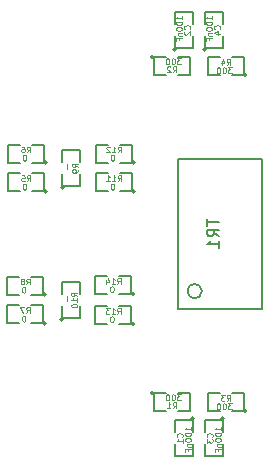
<source format=gbr>
%TF.GenerationSoftware,KiCad,Pcbnew,7.0.7-7.0.7~ubuntu23.04.1*%
%TF.CreationDate,2023-09-17T09:09:24+00:00*%
%TF.ProjectId,SYMTRANS01,53594d54-5241-44e5-9330-312e6b696361,REV*%
%TF.SameCoordinates,Original*%
%TF.FileFunction,Legend,Bot*%
%TF.FilePolarity,Positive*%
%FSLAX46Y46*%
G04 Gerber Fmt 4.6, Leading zero omitted, Abs format (unit mm)*
G04 Created by KiCad (PCBNEW 7.0.7-7.0.7~ubuntu23.04.1) date 2023-09-17 09:09:24*
%MOMM*%
%LPD*%
G01*
G04 APERTURE LIST*
%ADD10C,0.109220*%
%ADD11C,0.150000*%
G04 APERTURE END LIST*
D10*
X23736650Y3131396D02*
X23760478Y3155224D01*
X23760478Y3155224D02*
X23784305Y3226706D01*
X23784305Y3226706D02*
X23784305Y3274362D01*
X23784305Y3274362D02*
X23760478Y3345845D01*
X23760478Y3345845D02*
X23712822Y3393500D01*
X23712822Y3393500D02*
X23665167Y3417327D01*
X23665167Y3417327D02*
X23569857Y3441155D01*
X23569857Y3441155D02*
X23498374Y3441155D01*
X23498374Y3441155D02*
X23403063Y3417327D01*
X23403063Y3417327D02*
X23355408Y3393500D01*
X23355408Y3393500D02*
X23307753Y3345845D01*
X23307753Y3345845D02*
X23283925Y3274362D01*
X23283925Y3274362D02*
X23283925Y3226706D01*
X23283925Y3226706D02*
X23307753Y3155224D01*
X23307753Y3155224D02*
X23331580Y3131396D01*
X23784305Y2654844D02*
X23784305Y2940775D01*
X23784305Y2797809D02*
X23283925Y2797809D01*
X23283925Y2797809D02*
X23355408Y2845465D01*
X23355408Y2845465D02*
X23403063Y2893120D01*
X23403063Y2893120D02*
X23426891Y2940775D01*
X24482805Y3695397D02*
X24482805Y3981328D01*
X24482805Y3838362D02*
X23982425Y3838362D01*
X23982425Y3838362D02*
X24053908Y3886018D01*
X24053908Y3886018D02*
X24101563Y3933673D01*
X24101563Y3933673D02*
X24125391Y3981328D01*
X23982425Y3385638D02*
X23982425Y3337983D01*
X23982425Y3337983D02*
X24006253Y3290327D01*
X24006253Y3290327D02*
X24030080Y3266500D01*
X24030080Y3266500D02*
X24077736Y3242672D01*
X24077736Y3242672D02*
X24173046Y3218845D01*
X24173046Y3218845D02*
X24292184Y3218845D01*
X24292184Y3218845D02*
X24387495Y3242672D01*
X24387495Y3242672D02*
X24435150Y3266500D01*
X24435150Y3266500D02*
X24458978Y3290327D01*
X24458978Y3290327D02*
X24482805Y3337983D01*
X24482805Y3337983D02*
X24482805Y3385638D01*
X24482805Y3385638D02*
X24458978Y3433293D01*
X24458978Y3433293D02*
X24435150Y3457121D01*
X24435150Y3457121D02*
X24387495Y3480948D01*
X24387495Y3480948D02*
X24292184Y3504776D01*
X24292184Y3504776D02*
X24173046Y3504776D01*
X24173046Y3504776D02*
X24077736Y3480948D01*
X24077736Y3480948D02*
X24030080Y3457121D01*
X24030080Y3457121D02*
X24006253Y3433293D01*
X24006253Y3433293D02*
X23982425Y3385638D01*
X23982425Y2909086D02*
X23982425Y2861431D01*
X23982425Y2861431D02*
X24006253Y2813775D01*
X24006253Y2813775D02*
X24030080Y2789948D01*
X24030080Y2789948D02*
X24077736Y2766120D01*
X24077736Y2766120D02*
X24173046Y2742293D01*
X24173046Y2742293D02*
X24292184Y2742293D01*
X24292184Y2742293D02*
X24387495Y2766120D01*
X24387495Y2766120D02*
X24435150Y2789948D01*
X24435150Y2789948D02*
X24458978Y2813775D01*
X24458978Y2813775D02*
X24482805Y2861431D01*
X24482805Y2861431D02*
X24482805Y2909086D01*
X24482805Y2909086D02*
X24458978Y2956741D01*
X24458978Y2956741D02*
X24435150Y2980569D01*
X24435150Y2980569D02*
X24387495Y3004396D01*
X24387495Y3004396D02*
X24292184Y3028224D01*
X24292184Y3028224D02*
X24173046Y3028224D01*
X24173046Y3028224D02*
X24077736Y3004396D01*
X24077736Y3004396D02*
X24030080Y2980569D01*
X24030080Y2980569D02*
X24006253Y2956741D01*
X24006253Y2956741D02*
X23982425Y2909086D01*
X24149218Y2527844D02*
X24482805Y2527844D01*
X24196874Y2527844D02*
X24173046Y2504017D01*
X24173046Y2504017D02*
X24149218Y2456362D01*
X24149218Y2456362D02*
X24149218Y2384879D01*
X24149218Y2384879D02*
X24173046Y2337223D01*
X24173046Y2337223D02*
X24220701Y2313396D01*
X24220701Y2313396D02*
X24482805Y2313396D01*
X24220701Y1908326D02*
X24220701Y2075119D01*
X24482805Y2075119D02*
X23982425Y2075119D01*
X23982425Y2075119D02*
X23982425Y1836843D01*
X24371650Y37675396D02*
X24395478Y37699224D01*
X24395478Y37699224D02*
X24419305Y37770706D01*
X24419305Y37770706D02*
X24419305Y37818362D01*
X24419305Y37818362D02*
X24395478Y37889845D01*
X24395478Y37889845D02*
X24347822Y37937500D01*
X24347822Y37937500D02*
X24300167Y37961327D01*
X24300167Y37961327D02*
X24204857Y37985155D01*
X24204857Y37985155D02*
X24133374Y37985155D01*
X24133374Y37985155D02*
X24038063Y37961327D01*
X24038063Y37961327D02*
X23990408Y37937500D01*
X23990408Y37937500D02*
X23942753Y37889845D01*
X23942753Y37889845D02*
X23918925Y37818362D01*
X23918925Y37818362D02*
X23918925Y37770706D01*
X23918925Y37770706D02*
X23942753Y37699224D01*
X23942753Y37699224D02*
X23966580Y37675396D01*
X23966580Y37484775D02*
X23942753Y37460947D01*
X23942753Y37460947D02*
X23918925Y37413292D01*
X23918925Y37413292D02*
X23918925Y37294154D01*
X23918925Y37294154D02*
X23942753Y37246499D01*
X23942753Y37246499D02*
X23966580Y37222671D01*
X23966580Y37222671D02*
X24014236Y37198844D01*
X24014236Y37198844D02*
X24061891Y37198844D01*
X24061891Y37198844D02*
X24133374Y37222671D01*
X24133374Y37222671D02*
X24419305Y37508603D01*
X24419305Y37508603D02*
X24419305Y37198844D01*
X23720805Y38493397D02*
X23720805Y38779328D01*
X23720805Y38636362D02*
X23220425Y38636362D01*
X23220425Y38636362D02*
X23291908Y38684018D01*
X23291908Y38684018D02*
X23339563Y38731673D01*
X23339563Y38731673D02*
X23363391Y38779328D01*
X23220425Y38183638D02*
X23220425Y38135983D01*
X23220425Y38135983D02*
X23244253Y38088327D01*
X23244253Y38088327D02*
X23268080Y38064500D01*
X23268080Y38064500D02*
X23315736Y38040672D01*
X23315736Y38040672D02*
X23411046Y38016845D01*
X23411046Y38016845D02*
X23530184Y38016845D01*
X23530184Y38016845D02*
X23625495Y38040672D01*
X23625495Y38040672D02*
X23673150Y38064500D01*
X23673150Y38064500D02*
X23696978Y38088327D01*
X23696978Y38088327D02*
X23720805Y38135983D01*
X23720805Y38135983D02*
X23720805Y38183638D01*
X23720805Y38183638D02*
X23696978Y38231293D01*
X23696978Y38231293D02*
X23673150Y38255121D01*
X23673150Y38255121D02*
X23625495Y38278948D01*
X23625495Y38278948D02*
X23530184Y38302776D01*
X23530184Y38302776D02*
X23411046Y38302776D01*
X23411046Y38302776D02*
X23315736Y38278948D01*
X23315736Y38278948D02*
X23268080Y38255121D01*
X23268080Y38255121D02*
X23244253Y38231293D01*
X23244253Y38231293D02*
X23220425Y38183638D01*
X23220425Y37707086D02*
X23220425Y37659431D01*
X23220425Y37659431D02*
X23244253Y37611775D01*
X23244253Y37611775D02*
X23268080Y37587948D01*
X23268080Y37587948D02*
X23315736Y37564120D01*
X23315736Y37564120D02*
X23411046Y37540293D01*
X23411046Y37540293D02*
X23530184Y37540293D01*
X23530184Y37540293D02*
X23625495Y37564120D01*
X23625495Y37564120D02*
X23673150Y37587948D01*
X23673150Y37587948D02*
X23696978Y37611775D01*
X23696978Y37611775D02*
X23720805Y37659431D01*
X23720805Y37659431D02*
X23720805Y37707086D01*
X23720805Y37707086D02*
X23696978Y37754741D01*
X23696978Y37754741D02*
X23673150Y37778569D01*
X23673150Y37778569D02*
X23625495Y37802396D01*
X23625495Y37802396D02*
X23530184Y37826224D01*
X23530184Y37826224D02*
X23411046Y37826224D01*
X23411046Y37826224D02*
X23315736Y37802396D01*
X23315736Y37802396D02*
X23268080Y37778569D01*
X23268080Y37778569D02*
X23244253Y37754741D01*
X23244253Y37754741D02*
X23220425Y37707086D01*
X23387218Y37325844D02*
X23720805Y37325844D01*
X23434874Y37325844D02*
X23411046Y37302017D01*
X23411046Y37302017D02*
X23387218Y37254362D01*
X23387218Y37254362D02*
X23387218Y37182879D01*
X23387218Y37182879D02*
X23411046Y37135223D01*
X23411046Y37135223D02*
X23458701Y37111396D01*
X23458701Y37111396D02*
X23720805Y37111396D01*
X23458701Y36706326D02*
X23458701Y36873119D01*
X23720805Y36873119D02*
X23220425Y36873119D01*
X23220425Y36873119D02*
X23220425Y36634843D01*
X26276650Y3131396D02*
X26300478Y3155224D01*
X26300478Y3155224D02*
X26324305Y3226706D01*
X26324305Y3226706D02*
X26324305Y3274362D01*
X26324305Y3274362D02*
X26300478Y3345845D01*
X26300478Y3345845D02*
X26252822Y3393500D01*
X26252822Y3393500D02*
X26205167Y3417327D01*
X26205167Y3417327D02*
X26109857Y3441155D01*
X26109857Y3441155D02*
X26038374Y3441155D01*
X26038374Y3441155D02*
X25943063Y3417327D01*
X25943063Y3417327D02*
X25895408Y3393500D01*
X25895408Y3393500D02*
X25847753Y3345845D01*
X25847753Y3345845D02*
X25823925Y3274362D01*
X25823925Y3274362D02*
X25823925Y3226706D01*
X25823925Y3226706D02*
X25847753Y3155224D01*
X25847753Y3155224D02*
X25871580Y3131396D01*
X25823925Y2964603D02*
X25823925Y2654844D01*
X25823925Y2654844D02*
X26014546Y2821637D01*
X26014546Y2821637D02*
X26014546Y2750154D01*
X26014546Y2750154D02*
X26038374Y2702499D01*
X26038374Y2702499D02*
X26062201Y2678671D01*
X26062201Y2678671D02*
X26109857Y2654844D01*
X26109857Y2654844D02*
X26228995Y2654844D01*
X26228995Y2654844D02*
X26276650Y2678671D01*
X26276650Y2678671D02*
X26300478Y2702499D01*
X26300478Y2702499D02*
X26324305Y2750154D01*
X26324305Y2750154D02*
X26324305Y2893120D01*
X26324305Y2893120D02*
X26300478Y2940775D01*
X26300478Y2940775D02*
X26276650Y2964603D01*
X27022805Y3695397D02*
X27022805Y3981328D01*
X27022805Y3838362D02*
X26522425Y3838362D01*
X26522425Y3838362D02*
X26593908Y3886018D01*
X26593908Y3886018D02*
X26641563Y3933673D01*
X26641563Y3933673D02*
X26665391Y3981328D01*
X26522425Y3385638D02*
X26522425Y3337983D01*
X26522425Y3337983D02*
X26546253Y3290327D01*
X26546253Y3290327D02*
X26570080Y3266500D01*
X26570080Y3266500D02*
X26617736Y3242672D01*
X26617736Y3242672D02*
X26713046Y3218845D01*
X26713046Y3218845D02*
X26832184Y3218845D01*
X26832184Y3218845D02*
X26927495Y3242672D01*
X26927495Y3242672D02*
X26975150Y3266500D01*
X26975150Y3266500D02*
X26998978Y3290327D01*
X26998978Y3290327D02*
X27022805Y3337983D01*
X27022805Y3337983D02*
X27022805Y3385638D01*
X27022805Y3385638D02*
X26998978Y3433293D01*
X26998978Y3433293D02*
X26975150Y3457121D01*
X26975150Y3457121D02*
X26927495Y3480948D01*
X26927495Y3480948D02*
X26832184Y3504776D01*
X26832184Y3504776D02*
X26713046Y3504776D01*
X26713046Y3504776D02*
X26617736Y3480948D01*
X26617736Y3480948D02*
X26570080Y3457121D01*
X26570080Y3457121D02*
X26546253Y3433293D01*
X26546253Y3433293D02*
X26522425Y3385638D01*
X26522425Y2909086D02*
X26522425Y2861431D01*
X26522425Y2861431D02*
X26546253Y2813775D01*
X26546253Y2813775D02*
X26570080Y2789948D01*
X26570080Y2789948D02*
X26617736Y2766120D01*
X26617736Y2766120D02*
X26713046Y2742293D01*
X26713046Y2742293D02*
X26832184Y2742293D01*
X26832184Y2742293D02*
X26927495Y2766120D01*
X26927495Y2766120D02*
X26975150Y2789948D01*
X26975150Y2789948D02*
X26998978Y2813775D01*
X26998978Y2813775D02*
X27022805Y2861431D01*
X27022805Y2861431D02*
X27022805Y2909086D01*
X27022805Y2909086D02*
X26998978Y2956741D01*
X26998978Y2956741D02*
X26975150Y2980569D01*
X26975150Y2980569D02*
X26927495Y3004396D01*
X26927495Y3004396D02*
X26832184Y3028224D01*
X26832184Y3028224D02*
X26713046Y3028224D01*
X26713046Y3028224D02*
X26617736Y3004396D01*
X26617736Y3004396D02*
X26570080Y2980569D01*
X26570080Y2980569D02*
X26546253Y2956741D01*
X26546253Y2956741D02*
X26522425Y2909086D01*
X26689218Y2527844D02*
X27022805Y2527844D01*
X26736874Y2527844D02*
X26713046Y2504017D01*
X26713046Y2504017D02*
X26689218Y2456362D01*
X26689218Y2456362D02*
X26689218Y2384879D01*
X26689218Y2384879D02*
X26713046Y2337223D01*
X26713046Y2337223D02*
X26760701Y2313396D01*
X26760701Y2313396D02*
X27022805Y2313396D01*
X26760701Y1908326D02*
X26760701Y2075119D01*
X27022805Y2075119D02*
X26522425Y2075119D01*
X26522425Y2075119D02*
X26522425Y1836843D01*
X26911650Y37675396D02*
X26935478Y37699224D01*
X26935478Y37699224D02*
X26959305Y37770706D01*
X26959305Y37770706D02*
X26959305Y37818362D01*
X26959305Y37818362D02*
X26935478Y37889845D01*
X26935478Y37889845D02*
X26887822Y37937500D01*
X26887822Y37937500D02*
X26840167Y37961327D01*
X26840167Y37961327D02*
X26744857Y37985155D01*
X26744857Y37985155D02*
X26673374Y37985155D01*
X26673374Y37985155D02*
X26578063Y37961327D01*
X26578063Y37961327D02*
X26530408Y37937500D01*
X26530408Y37937500D02*
X26482753Y37889845D01*
X26482753Y37889845D02*
X26458925Y37818362D01*
X26458925Y37818362D02*
X26458925Y37770706D01*
X26458925Y37770706D02*
X26482753Y37699224D01*
X26482753Y37699224D02*
X26506580Y37675396D01*
X26625718Y37246499D02*
X26959305Y37246499D01*
X26435098Y37365637D02*
X26792512Y37484775D01*
X26792512Y37484775D02*
X26792512Y37175016D01*
X26260805Y38493397D02*
X26260805Y38779328D01*
X26260805Y38636362D02*
X25760425Y38636362D01*
X25760425Y38636362D02*
X25831908Y38684018D01*
X25831908Y38684018D02*
X25879563Y38731673D01*
X25879563Y38731673D02*
X25903391Y38779328D01*
X25760425Y38183638D02*
X25760425Y38135983D01*
X25760425Y38135983D02*
X25784253Y38088327D01*
X25784253Y38088327D02*
X25808080Y38064500D01*
X25808080Y38064500D02*
X25855736Y38040672D01*
X25855736Y38040672D02*
X25951046Y38016845D01*
X25951046Y38016845D02*
X26070184Y38016845D01*
X26070184Y38016845D02*
X26165495Y38040672D01*
X26165495Y38040672D02*
X26213150Y38064500D01*
X26213150Y38064500D02*
X26236978Y38088327D01*
X26236978Y38088327D02*
X26260805Y38135983D01*
X26260805Y38135983D02*
X26260805Y38183638D01*
X26260805Y38183638D02*
X26236978Y38231293D01*
X26236978Y38231293D02*
X26213150Y38255121D01*
X26213150Y38255121D02*
X26165495Y38278948D01*
X26165495Y38278948D02*
X26070184Y38302776D01*
X26070184Y38302776D02*
X25951046Y38302776D01*
X25951046Y38302776D02*
X25855736Y38278948D01*
X25855736Y38278948D02*
X25808080Y38255121D01*
X25808080Y38255121D02*
X25784253Y38231293D01*
X25784253Y38231293D02*
X25760425Y38183638D01*
X25760425Y37707086D02*
X25760425Y37659431D01*
X25760425Y37659431D02*
X25784253Y37611775D01*
X25784253Y37611775D02*
X25808080Y37587948D01*
X25808080Y37587948D02*
X25855736Y37564120D01*
X25855736Y37564120D02*
X25951046Y37540293D01*
X25951046Y37540293D02*
X26070184Y37540293D01*
X26070184Y37540293D02*
X26165495Y37564120D01*
X26165495Y37564120D02*
X26213150Y37587948D01*
X26213150Y37587948D02*
X26236978Y37611775D01*
X26236978Y37611775D02*
X26260805Y37659431D01*
X26260805Y37659431D02*
X26260805Y37707086D01*
X26260805Y37707086D02*
X26236978Y37754741D01*
X26236978Y37754741D02*
X26213150Y37778569D01*
X26213150Y37778569D02*
X26165495Y37802396D01*
X26165495Y37802396D02*
X26070184Y37826224D01*
X26070184Y37826224D02*
X25951046Y37826224D01*
X25951046Y37826224D02*
X25855736Y37802396D01*
X25855736Y37802396D02*
X25808080Y37778569D01*
X25808080Y37778569D02*
X25784253Y37754741D01*
X25784253Y37754741D02*
X25760425Y37707086D01*
X25927218Y37325844D02*
X26260805Y37325844D01*
X25974874Y37325844D02*
X25951046Y37302017D01*
X25951046Y37302017D02*
X25927218Y37254362D01*
X25927218Y37254362D02*
X25927218Y37182879D01*
X25927218Y37182879D02*
X25951046Y37135223D01*
X25951046Y37135223D02*
X25998701Y37111396D01*
X25998701Y37111396D02*
X26260805Y37111396D01*
X25998701Y36706326D02*
X25998701Y36873119D01*
X26260805Y36873119D02*
X25760425Y36873119D01*
X25760425Y36873119D02*
X25760425Y36634843D01*
X22943396Y5552694D02*
X23110189Y5790970D01*
X23229327Y5552694D02*
X23229327Y6053074D01*
X23229327Y6053074D02*
X23038706Y6053074D01*
X23038706Y6053074D02*
X22991051Y6029246D01*
X22991051Y6029246D02*
X22967224Y6005419D01*
X22967224Y6005419D02*
X22943396Y5957763D01*
X22943396Y5957763D02*
X22943396Y5886281D01*
X22943396Y5886281D02*
X22967224Y5838625D01*
X22967224Y5838625D02*
X22991051Y5814798D01*
X22991051Y5814798D02*
X23038706Y5790970D01*
X23038706Y5790970D02*
X23229327Y5790970D01*
X22466844Y5552694D02*
X22752775Y5552694D01*
X22609809Y5552694D02*
X22609809Y6053074D01*
X22609809Y6053074D02*
X22657465Y5981591D01*
X22657465Y5981591D02*
X22705120Y5933936D01*
X22705120Y5933936D02*
X22752775Y5910108D01*
X23630345Y6751574D02*
X23320586Y6751574D01*
X23320586Y6751574D02*
X23487379Y6560953D01*
X23487379Y6560953D02*
X23415896Y6560953D01*
X23415896Y6560953D02*
X23368241Y6537125D01*
X23368241Y6537125D02*
X23344413Y6513298D01*
X23344413Y6513298D02*
X23320586Y6465642D01*
X23320586Y6465642D02*
X23320586Y6346504D01*
X23320586Y6346504D02*
X23344413Y6298849D01*
X23344413Y6298849D02*
X23368241Y6275022D01*
X23368241Y6275022D02*
X23415896Y6251194D01*
X23415896Y6251194D02*
X23558862Y6251194D01*
X23558862Y6251194D02*
X23606517Y6275022D01*
X23606517Y6275022D02*
X23630345Y6298849D01*
X23010827Y6751574D02*
X22963172Y6751574D01*
X22963172Y6751574D02*
X22915516Y6727746D01*
X22915516Y6727746D02*
X22891689Y6703919D01*
X22891689Y6703919D02*
X22867861Y6656263D01*
X22867861Y6656263D02*
X22844034Y6560953D01*
X22844034Y6560953D02*
X22844034Y6441815D01*
X22844034Y6441815D02*
X22867861Y6346504D01*
X22867861Y6346504D02*
X22891689Y6298849D01*
X22891689Y6298849D02*
X22915516Y6275022D01*
X22915516Y6275022D02*
X22963172Y6251194D01*
X22963172Y6251194D02*
X23010827Y6251194D01*
X23010827Y6251194D02*
X23058482Y6275022D01*
X23058482Y6275022D02*
X23082310Y6298849D01*
X23082310Y6298849D02*
X23106137Y6346504D01*
X23106137Y6346504D02*
X23129965Y6441815D01*
X23129965Y6441815D02*
X23129965Y6560953D01*
X23129965Y6560953D02*
X23106137Y6656263D01*
X23106137Y6656263D02*
X23082310Y6703919D01*
X23082310Y6703919D02*
X23058482Y6727746D01*
X23058482Y6727746D02*
X23010827Y6751574D01*
X22534275Y6751574D02*
X22486620Y6751574D01*
X22486620Y6751574D02*
X22438964Y6727746D01*
X22438964Y6727746D02*
X22415137Y6703919D01*
X22415137Y6703919D02*
X22391309Y6656263D01*
X22391309Y6656263D02*
X22367482Y6560953D01*
X22367482Y6560953D02*
X22367482Y6441815D01*
X22367482Y6441815D02*
X22391309Y6346504D01*
X22391309Y6346504D02*
X22415137Y6298849D01*
X22415137Y6298849D02*
X22438964Y6275022D01*
X22438964Y6275022D02*
X22486620Y6251194D01*
X22486620Y6251194D02*
X22534275Y6251194D01*
X22534275Y6251194D02*
X22581930Y6275022D01*
X22581930Y6275022D02*
X22605758Y6298849D01*
X22605758Y6298849D02*
X22629585Y6346504D01*
X22629585Y6346504D02*
X22653413Y6441815D01*
X22653413Y6441815D02*
X22653413Y6560953D01*
X22653413Y6560953D02*
X22629585Y6656263D01*
X22629585Y6656263D02*
X22605758Y6703919D01*
X22605758Y6703919D02*
X22581930Y6727746D01*
X22581930Y6727746D02*
X22534275Y6751574D01*
X22943396Y34000694D02*
X23110189Y34238970D01*
X23229327Y34000694D02*
X23229327Y34501074D01*
X23229327Y34501074D02*
X23038706Y34501074D01*
X23038706Y34501074D02*
X22991051Y34477246D01*
X22991051Y34477246D02*
X22967224Y34453419D01*
X22967224Y34453419D02*
X22943396Y34405763D01*
X22943396Y34405763D02*
X22943396Y34334281D01*
X22943396Y34334281D02*
X22967224Y34286625D01*
X22967224Y34286625D02*
X22991051Y34262798D01*
X22991051Y34262798D02*
X23038706Y34238970D01*
X23038706Y34238970D02*
X23229327Y34238970D01*
X22752775Y34453419D02*
X22728947Y34477246D01*
X22728947Y34477246D02*
X22681292Y34501074D01*
X22681292Y34501074D02*
X22562154Y34501074D01*
X22562154Y34501074D02*
X22514499Y34477246D01*
X22514499Y34477246D02*
X22490671Y34453419D01*
X22490671Y34453419D02*
X22466844Y34405763D01*
X22466844Y34405763D02*
X22466844Y34358108D01*
X22466844Y34358108D02*
X22490671Y34286625D01*
X22490671Y34286625D02*
X22776603Y34000694D01*
X22776603Y34000694D02*
X22466844Y34000694D01*
X23630345Y35199574D02*
X23320586Y35199574D01*
X23320586Y35199574D02*
X23487379Y35008953D01*
X23487379Y35008953D02*
X23415896Y35008953D01*
X23415896Y35008953D02*
X23368241Y34985125D01*
X23368241Y34985125D02*
X23344413Y34961298D01*
X23344413Y34961298D02*
X23320586Y34913642D01*
X23320586Y34913642D02*
X23320586Y34794504D01*
X23320586Y34794504D02*
X23344413Y34746849D01*
X23344413Y34746849D02*
X23368241Y34723022D01*
X23368241Y34723022D02*
X23415896Y34699194D01*
X23415896Y34699194D02*
X23558862Y34699194D01*
X23558862Y34699194D02*
X23606517Y34723022D01*
X23606517Y34723022D02*
X23630345Y34746849D01*
X23010827Y35199574D02*
X22963172Y35199574D01*
X22963172Y35199574D02*
X22915516Y35175746D01*
X22915516Y35175746D02*
X22891689Y35151919D01*
X22891689Y35151919D02*
X22867861Y35104263D01*
X22867861Y35104263D02*
X22844034Y35008953D01*
X22844034Y35008953D02*
X22844034Y34889815D01*
X22844034Y34889815D02*
X22867861Y34794504D01*
X22867861Y34794504D02*
X22891689Y34746849D01*
X22891689Y34746849D02*
X22915516Y34723022D01*
X22915516Y34723022D02*
X22963172Y34699194D01*
X22963172Y34699194D02*
X23010827Y34699194D01*
X23010827Y34699194D02*
X23058482Y34723022D01*
X23058482Y34723022D02*
X23082310Y34746849D01*
X23082310Y34746849D02*
X23106137Y34794504D01*
X23106137Y34794504D02*
X23129965Y34889815D01*
X23129965Y34889815D02*
X23129965Y35008953D01*
X23129965Y35008953D02*
X23106137Y35104263D01*
X23106137Y35104263D02*
X23082310Y35151919D01*
X23082310Y35151919D02*
X23058482Y35175746D01*
X23058482Y35175746D02*
X23010827Y35199574D01*
X22534275Y35199574D02*
X22486620Y35199574D01*
X22486620Y35199574D02*
X22438964Y35175746D01*
X22438964Y35175746D02*
X22415137Y35151919D01*
X22415137Y35151919D02*
X22391309Y35104263D01*
X22391309Y35104263D02*
X22367482Y35008953D01*
X22367482Y35008953D02*
X22367482Y34889815D01*
X22367482Y34889815D02*
X22391309Y34794504D01*
X22391309Y34794504D02*
X22415137Y34746849D01*
X22415137Y34746849D02*
X22438964Y34723022D01*
X22438964Y34723022D02*
X22486620Y34699194D01*
X22486620Y34699194D02*
X22534275Y34699194D01*
X22534275Y34699194D02*
X22581930Y34723022D01*
X22581930Y34723022D02*
X22605758Y34746849D01*
X22605758Y34746849D02*
X22629585Y34794504D01*
X22629585Y34794504D02*
X22653413Y34889815D01*
X22653413Y34889815D02*
X22653413Y35008953D01*
X22653413Y35008953D02*
X22629585Y35104263D01*
X22629585Y35104263D02*
X22605758Y35151919D01*
X22605758Y35151919D02*
X22581930Y35175746D01*
X22581930Y35175746D02*
X22534275Y35199574D01*
X27515396Y6187694D02*
X27682189Y6425970D01*
X27801327Y6187694D02*
X27801327Y6688074D01*
X27801327Y6688074D02*
X27610706Y6688074D01*
X27610706Y6688074D02*
X27563051Y6664246D01*
X27563051Y6664246D02*
X27539224Y6640419D01*
X27539224Y6640419D02*
X27515396Y6592763D01*
X27515396Y6592763D02*
X27515396Y6521281D01*
X27515396Y6521281D02*
X27539224Y6473625D01*
X27539224Y6473625D02*
X27563051Y6449798D01*
X27563051Y6449798D02*
X27610706Y6425970D01*
X27610706Y6425970D02*
X27801327Y6425970D01*
X27348603Y6688074D02*
X27038844Y6688074D01*
X27038844Y6688074D02*
X27205637Y6497453D01*
X27205637Y6497453D02*
X27134154Y6497453D01*
X27134154Y6497453D02*
X27086499Y6473625D01*
X27086499Y6473625D02*
X27062671Y6449798D01*
X27062671Y6449798D02*
X27038844Y6402142D01*
X27038844Y6402142D02*
X27038844Y6283004D01*
X27038844Y6283004D02*
X27062671Y6235349D01*
X27062671Y6235349D02*
X27086499Y6211522D01*
X27086499Y6211522D02*
X27134154Y6187694D01*
X27134154Y6187694D02*
X27277120Y6187694D01*
X27277120Y6187694D02*
X27324775Y6211522D01*
X27324775Y6211522D02*
X27348603Y6235349D01*
X27948345Y5989574D02*
X27638586Y5989574D01*
X27638586Y5989574D02*
X27805379Y5798953D01*
X27805379Y5798953D02*
X27733896Y5798953D01*
X27733896Y5798953D02*
X27686241Y5775125D01*
X27686241Y5775125D02*
X27662413Y5751298D01*
X27662413Y5751298D02*
X27638586Y5703642D01*
X27638586Y5703642D02*
X27638586Y5584504D01*
X27638586Y5584504D02*
X27662413Y5536849D01*
X27662413Y5536849D02*
X27686241Y5513022D01*
X27686241Y5513022D02*
X27733896Y5489194D01*
X27733896Y5489194D02*
X27876862Y5489194D01*
X27876862Y5489194D02*
X27924517Y5513022D01*
X27924517Y5513022D02*
X27948345Y5536849D01*
X27328827Y5989574D02*
X27281172Y5989574D01*
X27281172Y5989574D02*
X27233516Y5965746D01*
X27233516Y5965746D02*
X27209689Y5941919D01*
X27209689Y5941919D02*
X27185861Y5894263D01*
X27185861Y5894263D02*
X27162034Y5798953D01*
X27162034Y5798953D02*
X27162034Y5679815D01*
X27162034Y5679815D02*
X27185861Y5584504D01*
X27185861Y5584504D02*
X27209689Y5536849D01*
X27209689Y5536849D02*
X27233516Y5513022D01*
X27233516Y5513022D02*
X27281172Y5489194D01*
X27281172Y5489194D02*
X27328827Y5489194D01*
X27328827Y5489194D02*
X27376482Y5513022D01*
X27376482Y5513022D02*
X27400310Y5536849D01*
X27400310Y5536849D02*
X27424137Y5584504D01*
X27424137Y5584504D02*
X27447965Y5679815D01*
X27447965Y5679815D02*
X27447965Y5798953D01*
X27447965Y5798953D02*
X27424137Y5894263D01*
X27424137Y5894263D02*
X27400310Y5941919D01*
X27400310Y5941919D02*
X27376482Y5965746D01*
X27376482Y5965746D02*
X27328827Y5989574D01*
X26852275Y5989574D02*
X26804620Y5989574D01*
X26804620Y5989574D02*
X26756964Y5965746D01*
X26756964Y5965746D02*
X26733137Y5941919D01*
X26733137Y5941919D02*
X26709309Y5894263D01*
X26709309Y5894263D02*
X26685482Y5798953D01*
X26685482Y5798953D02*
X26685482Y5679815D01*
X26685482Y5679815D02*
X26709309Y5584504D01*
X26709309Y5584504D02*
X26733137Y5536849D01*
X26733137Y5536849D02*
X26756964Y5513022D01*
X26756964Y5513022D02*
X26804620Y5489194D01*
X26804620Y5489194D02*
X26852275Y5489194D01*
X26852275Y5489194D02*
X26899930Y5513022D01*
X26899930Y5513022D02*
X26923758Y5536849D01*
X26923758Y5536849D02*
X26947585Y5584504D01*
X26947585Y5584504D02*
X26971413Y5679815D01*
X26971413Y5679815D02*
X26971413Y5798953D01*
X26971413Y5798953D02*
X26947585Y5894263D01*
X26947585Y5894263D02*
X26923758Y5941919D01*
X26923758Y5941919D02*
X26899930Y5965746D01*
X26899930Y5965746D02*
X26852275Y5989574D01*
X27515396Y34635694D02*
X27682189Y34873970D01*
X27801327Y34635694D02*
X27801327Y35136074D01*
X27801327Y35136074D02*
X27610706Y35136074D01*
X27610706Y35136074D02*
X27563051Y35112246D01*
X27563051Y35112246D02*
X27539224Y35088419D01*
X27539224Y35088419D02*
X27515396Y35040763D01*
X27515396Y35040763D02*
X27515396Y34969281D01*
X27515396Y34969281D02*
X27539224Y34921625D01*
X27539224Y34921625D02*
X27563051Y34897798D01*
X27563051Y34897798D02*
X27610706Y34873970D01*
X27610706Y34873970D02*
X27801327Y34873970D01*
X27086499Y34969281D02*
X27086499Y34635694D01*
X27205637Y35159902D02*
X27324775Y34802487D01*
X27324775Y34802487D02*
X27015016Y34802487D01*
X27948345Y34437574D02*
X27638586Y34437574D01*
X27638586Y34437574D02*
X27805379Y34246953D01*
X27805379Y34246953D02*
X27733896Y34246953D01*
X27733896Y34246953D02*
X27686241Y34223125D01*
X27686241Y34223125D02*
X27662413Y34199298D01*
X27662413Y34199298D02*
X27638586Y34151642D01*
X27638586Y34151642D02*
X27638586Y34032504D01*
X27638586Y34032504D02*
X27662413Y33984849D01*
X27662413Y33984849D02*
X27686241Y33961022D01*
X27686241Y33961022D02*
X27733896Y33937194D01*
X27733896Y33937194D02*
X27876862Y33937194D01*
X27876862Y33937194D02*
X27924517Y33961022D01*
X27924517Y33961022D02*
X27948345Y33984849D01*
X27328827Y34437574D02*
X27281172Y34437574D01*
X27281172Y34437574D02*
X27233516Y34413746D01*
X27233516Y34413746D02*
X27209689Y34389919D01*
X27209689Y34389919D02*
X27185861Y34342263D01*
X27185861Y34342263D02*
X27162034Y34246953D01*
X27162034Y34246953D02*
X27162034Y34127815D01*
X27162034Y34127815D02*
X27185861Y34032504D01*
X27185861Y34032504D02*
X27209689Y33984849D01*
X27209689Y33984849D02*
X27233516Y33961022D01*
X27233516Y33961022D02*
X27281172Y33937194D01*
X27281172Y33937194D02*
X27328827Y33937194D01*
X27328827Y33937194D02*
X27376482Y33961022D01*
X27376482Y33961022D02*
X27400310Y33984849D01*
X27400310Y33984849D02*
X27424137Y34032504D01*
X27424137Y34032504D02*
X27447965Y34127815D01*
X27447965Y34127815D02*
X27447965Y34246953D01*
X27447965Y34246953D02*
X27424137Y34342263D01*
X27424137Y34342263D02*
X27400310Y34389919D01*
X27400310Y34389919D02*
X27376482Y34413746D01*
X27376482Y34413746D02*
X27328827Y34437574D01*
X26852275Y34437574D02*
X26804620Y34437574D01*
X26804620Y34437574D02*
X26756964Y34413746D01*
X26756964Y34413746D02*
X26733137Y34389919D01*
X26733137Y34389919D02*
X26709309Y34342263D01*
X26709309Y34342263D02*
X26685482Y34246953D01*
X26685482Y34246953D02*
X26685482Y34127815D01*
X26685482Y34127815D02*
X26709309Y34032504D01*
X26709309Y34032504D02*
X26733137Y33984849D01*
X26733137Y33984849D02*
X26756964Y33961022D01*
X26756964Y33961022D02*
X26804620Y33937194D01*
X26804620Y33937194D02*
X26852275Y33937194D01*
X26852275Y33937194D02*
X26899930Y33961022D01*
X26899930Y33961022D02*
X26923758Y33984849D01*
X26923758Y33984849D02*
X26947585Y34032504D01*
X26947585Y34032504D02*
X26971413Y34127815D01*
X26971413Y34127815D02*
X26971413Y34246953D01*
X26971413Y34246953D02*
X26947585Y34342263D01*
X26947585Y34342263D02*
X26923758Y34389919D01*
X26923758Y34389919D02*
X26899930Y34413746D01*
X26899930Y34413746D02*
X26852275Y34437574D01*
X10598996Y24780494D02*
X10765789Y25018770D01*
X10884927Y24780494D02*
X10884927Y25280874D01*
X10884927Y25280874D02*
X10694306Y25280874D01*
X10694306Y25280874D02*
X10646651Y25257046D01*
X10646651Y25257046D02*
X10622824Y25233219D01*
X10622824Y25233219D02*
X10598996Y25185563D01*
X10598996Y25185563D02*
X10598996Y25114081D01*
X10598996Y25114081D02*
X10622824Y25066425D01*
X10622824Y25066425D02*
X10646651Y25042598D01*
X10646651Y25042598D02*
X10694306Y25018770D01*
X10694306Y25018770D02*
X10884927Y25018770D01*
X10146271Y25280874D02*
X10384547Y25280874D01*
X10384547Y25280874D02*
X10408375Y25042598D01*
X10408375Y25042598D02*
X10384547Y25066425D01*
X10384547Y25066425D02*
X10336892Y25090253D01*
X10336892Y25090253D02*
X10217754Y25090253D01*
X10217754Y25090253D02*
X10170099Y25066425D01*
X10170099Y25066425D02*
X10146271Y25042598D01*
X10146271Y25042598D02*
X10122444Y24994942D01*
X10122444Y24994942D02*
X10122444Y24875804D01*
X10122444Y24875804D02*
X10146271Y24828149D01*
X10146271Y24828149D02*
X10170099Y24804322D01*
X10170099Y24804322D02*
X10217754Y24780494D01*
X10217754Y24780494D02*
X10336892Y24780494D01*
X10336892Y24780494D02*
X10384547Y24804322D01*
X10384547Y24804322D02*
X10408375Y24828149D01*
X10412427Y24582374D02*
X10364772Y24582374D01*
X10364772Y24582374D02*
X10317116Y24558546D01*
X10317116Y24558546D02*
X10293289Y24534719D01*
X10293289Y24534719D02*
X10269461Y24487063D01*
X10269461Y24487063D02*
X10245634Y24391753D01*
X10245634Y24391753D02*
X10245634Y24272615D01*
X10245634Y24272615D02*
X10269461Y24177304D01*
X10269461Y24177304D02*
X10293289Y24129649D01*
X10293289Y24129649D02*
X10317116Y24105822D01*
X10317116Y24105822D02*
X10364772Y24081994D01*
X10364772Y24081994D02*
X10412427Y24081994D01*
X10412427Y24081994D02*
X10460082Y24105822D01*
X10460082Y24105822D02*
X10483910Y24129649D01*
X10483910Y24129649D02*
X10507737Y24177304D01*
X10507737Y24177304D02*
X10531565Y24272615D01*
X10531565Y24272615D02*
X10531565Y24391753D01*
X10531565Y24391753D02*
X10507737Y24487063D01*
X10507737Y24487063D02*
X10483910Y24534719D01*
X10483910Y24534719D02*
X10460082Y24558546D01*
X10460082Y24558546D02*
X10412427Y24582374D01*
X10598996Y27218894D02*
X10765789Y27457170D01*
X10884927Y27218894D02*
X10884927Y27719274D01*
X10884927Y27719274D02*
X10694306Y27719274D01*
X10694306Y27719274D02*
X10646651Y27695446D01*
X10646651Y27695446D02*
X10622824Y27671619D01*
X10622824Y27671619D02*
X10598996Y27623963D01*
X10598996Y27623963D02*
X10598996Y27552481D01*
X10598996Y27552481D02*
X10622824Y27504825D01*
X10622824Y27504825D02*
X10646651Y27480998D01*
X10646651Y27480998D02*
X10694306Y27457170D01*
X10694306Y27457170D02*
X10884927Y27457170D01*
X10170099Y27719274D02*
X10265409Y27719274D01*
X10265409Y27719274D02*
X10313065Y27695446D01*
X10313065Y27695446D02*
X10336892Y27671619D01*
X10336892Y27671619D02*
X10384547Y27600136D01*
X10384547Y27600136D02*
X10408375Y27504825D01*
X10408375Y27504825D02*
X10408375Y27314204D01*
X10408375Y27314204D02*
X10384547Y27266549D01*
X10384547Y27266549D02*
X10360720Y27242722D01*
X10360720Y27242722D02*
X10313065Y27218894D01*
X10313065Y27218894D02*
X10217754Y27218894D01*
X10217754Y27218894D02*
X10170099Y27242722D01*
X10170099Y27242722D02*
X10146271Y27266549D01*
X10146271Y27266549D02*
X10122444Y27314204D01*
X10122444Y27314204D02*
X10122444Y27433342D01*
X10122444Y27433342D02*
X10146271Y27480998D01*
X10146271Y27480998D02*
X10170099Y27504825D01*
X10170099Y27504825D02*
X10217754Y27528653D01*
X10217754Y27528653D02*
X10313065Y27528653D01*
X10313065Y27528653D02*
X10360720Y27504825D01*
X10360720Y27504825D02*
X10384547Y27480998D01*
X10384547Y27480998D02*
X10408375Y27433342D01*
X10412427Y27020774D02*
X10364772Y27020774D01*
X10364772Y27020774D02*
X10317116Y26996946D01*
X10317116Y26996946D02*
X10293289Y26973119D01*
X10293289Y26973119D02*
X10269461Y26925463D01*
X10269461Y26925463D02*
X10245634Y26830153D01*
X10245634Y26830153D02*
X10245634Y26711015D01*
X10245634Y26711015D02*
X10269461Y26615704D01*
X10269461Y26615704D02*
X10293289Y26568049D01*
X10293289Y26568049D02*
X10317116Y26544222D01*
X10317116Y26544222D02*
X10364772Y26520394D01*
X10364772Y26520394D02*
X10412427Y26520394D01*
X10412427Y26520394D02*
X10460082Y26544222D01*
X10460082Y26544222D02*
X10483910Y26568049D01*
X10483910Y26568049D02*
X10507737Y26615704D01*
X10507737Y26615704D02*
X10531565Y26711015D01*
X10531565Y26711015D02*
X10531565Y26830153D01*
X10531565Y26830153D02*
X10507737Y26925463D01*
X10507737Y26925463D02*
X10483910Y26973119D01*
X10483910Y26973119D02*
X10460082Y26996946D01*
X10460082Y26996946D02*
X10412427Y27020774D01*
X10548196Y13604494D02*
X10714989Y13842770D01*
X10834127Y13604494D02*
X10834127Y14104874D01*
X10834127Y14104874D02*
X10643506Y14104874D01*
X10643506Y14104874D02*
X10595851Y14081046D01*
X10595851Y14081046D02*
X10572024Y14057219D01*
X10572024Y14057219D02*
X10548196Y14009563D01*
X10548196Y14009563D02*
X10548196Y13938081D01*
X10548196Y13938081D02*
X10572024Y13890425D01*
X10572024Y13890425D02*
X10595851Y13866598D01*
X10595851Y13866598D02*
X10643506Y13842770D01*
X10643506Y13842770D02*
X10834127Y13842770D01*
X10381403Y14104874D02*
X10047816Y14104874D01*
X10047816Y14104874D02*
X10262265Y13604494D01*
X10361627Y13406374D02*
X10313972Y13406374D01*
X10313972Y13406374D02*
X10266316Y13382546D01*
X10266316Y13382546D02*
X10242489Y13358719D01*
X10242489Y13358719D02*
X10218661Y13311063D01*
X10218661Y13311063D02*
X10194834Y13215753D01*
X10194834Y13215753D02*
X10194834Y13096615D01*
X10194834Y13096615D02*
X10218661Y13001304D01*
X10218661Y13001304D02*
X10242489Y12953649D01*
X10242489Y12953649D02*
X10266316Y12929822D01*
X10266316Y12929822D02*
X10313972Y12905994D01*
X10313972Y12905994D02*
X10361627Y12905994D01*
X10361627Y12905994D02*
X10409282Y12929822D01*
X10409282Y12929822D02*
X10433110Y12953649D01*
X10433110Y12953649D02*
X10456937Y13001304D01*
X10456937Y13001304D02*
X10480765Y13096615D01*
X10480765Y13096615D02*
X10480765Y13215753D01*
X10480765Y13215753D02*
X10456937Y13311063D01*
X10456937Y13311063D02*
X10433110Y13358719D01*
X10433110Y13358719D02*
X10409282Y13382546D01*
X10409282Y13382546D02*
X10361627Y13406374D01*
X10548196Y16042894D02*
X10714989Y16281170D01*
X10834127Y16042894D02*
X10834127Y16543274D01*
X10834127Y16543274D02*
X10643506Y16543274D01*
X10643506Y16543274D02*
X10595851Y16519446D01*
X10595851Y16519446D02*
X10572024Y16495619D01*
X10572024Y16495619D02*
X10548196Y16447963D01*
X10548196Y16447963D02*
X10548196Y16376481D01*
X10548196Y16376481D02*
X10572024Y16328825D01*
X10572024Y16328825D02*
X10595851Y16304998D01*
X10595851Y16304998D02*
X10643506Y16281170D01*
X10643506Y16281170D02*
X10834127Y16281170D01*
X10262265Y16328825D02*
X10309920Y16352653D01*
X10309920Y16352653D02*
X10333747Y16376481D01*
X10333747Y16376481D02*
X10357575Y16424136D01*
X10357575Y16424136D02*
X10357575Y16447963D01*
X10357575Y16447963D02*
X10333747Y16495619D01*
X10333747Y16495619D02*
X10309920Y16519446D01*
X10309920Y16519446D02*
X10262265Y16543274D01*
X10262265Y16543274D02*
X10166954Y16543274D01*
X10166954Y16543274D02*
X10119299Y16519446D01*
X10119299Y16519446D02*
X10095471Y16495619D01*
X10095471Y16495619D02*
X10071644Y16447963D01*
X10071644Y16447963D02*
X10071644Y16424136D01*
X10071644Y16424136D02*
X10095471Y16376481D01*
X10095471Y16376481D02*
X10119299Y16352653D01*
X10119299Y16352653D02*
X10166954Y16328825D01*
X10166954Y16328825D02*
X10262265Y16328825D01*
X10262265Y16328825D02*
X10309920Y16304998D01*
X10309920Y16304998D02*
X10333747Y16281170D01*
X10333747Y16281170D02*
X10357575Y16233515D01*
X10357575Y16233515D02*
X10357575Y16138204D01*
X10357575Y16138204D02*
X10333747Y16090549D01*
X10333747Y16090549D02*
X10309920Y16066722D01*
X10309920Y16066722D02*
X10262265Y16042894D01*
X10262265Y16042894D02*
X10166954Y16042894D01*
X10166954Y16042894D02*
X10119299Y16066722D01*
X10119299Y16066722D02*
X10095471Y16090549D01*
X10095471Y16090549D02*
X10071644Y16138204D01*
X10071644Y16138204D02*
X10071644Y16233515D01*
X10071644Y16233515D02*
X10095471Y16281170D01*
X10095471Y16281170D02*
X10119299Y16304998D01*
X10119299Y16304998D02*
X10166954Y16328825D01*
X10361627Y15844774D02*
X10313972Y15844774D01*
X10313972Y15844774D02*
X10266316Y15820946D01*
X10266316Y15820946D02*
X10242489Y15797119D01*
X10242489Y15797119D02*
X10218661Y15749463D01*
X10218661Y15749463D02*
X10194834Y15654153D01*
X10194834Y15654153D02*
X10194834Y15535015D01*
X10194834Y15535015D02*
X10218661Y15439704D01*
X10218661Y15439704D02*
X10242489Y15392049D01*
X10242489Y15392049D02*
X10266316Y15368222D01*
X10266316Y15368222D02*
X10313972Y15344394D01*
X10313972Y15344394D02*
X10361627Y15344394D01*
X10361627Y15344394D02*
X10409282Y15368222D01*
X10409282Y15368222D02*
X10433110Y15392049D01*
X10433110Y15392049D02*
X10456937Y15439704D01*
X10456937Y15439704D02*
X10480765Y15535015D01*
X10480765Y15535015D02*
X10480765Y15654153D01*
X10480765Y15654153D02*
X10456937Y15749463D01*
X10456937Y15749463D02*
X10433110Y15797119D01*
X10433110Y15797119D02*
X10409282Y15820946D01*
X10409282Y15820946D02*
X10361627Y15844774D01*
X14919705Y25991396D02*
X14681429Y26158189D01*
X14919705Y26277327D02*
X14419325Y26277327D01*
X14419325Y26277327D02*
X14419325Y26086706D01*
X14419325Y26086706D02*
X14443153Y26039051D01*
X14443153Y26039051D02*
X14466980Y26015224D01*
X14466980Y26015224D02*
X14514636Y25991396D01*
X14514636Y25991396D02*
X14586118Y25991396D01*
X14586118Y25991396D02*
X14633774Y26015224D01*
X14633774Y26015224D02*
X14657601Y26039051D01*
X14657601Y26039051D02*
X14681429Y26086706D01*
X14681429Y26086706D02*
X14681429Y26277327D01*
X14919705Y25753120D02*
X14919705Y25657809D01*
X14919705Y25657809D02*
X14895878Y25610154D01*
X14895878Y25610154D02*
X14872050Y25586326D01*
X14872050Y25586326D02*
X14800567Y25538671D01*
X14800567Y25538671D02*
X14705257Y25514844D01*
X14705257Y25514844D02*
X14514636Y25514844D01*
X14514636Y25514844D02*
X14466980Y25538671D01*
X14466980Y25538671D02*
X14443153Y25562499D01*
X14443153Y25562499D02*
X14419325Y25610154D01*
X14419325Y25610154D02*
X14419325Y25705465D01*
X14419325Y25705465D02*
X14443153Y25753120D01*
X14443153Y25753120D02*
X14466980Y25776947D01*
X14466980Y25776947D02*
X14514636Y25800775D01*
X14514636Y25800775D02*
X14633774Y25800775D01*
X14633774Y25800775D02*
X14681429Y25776947D01*
X14681429Y25776947D02*
X14705257Y25753120D01*
X14705257Y25753120D02*
X14729084Y25705465D01*
X14729084Y25705465D02*
X14729084Y25610154D01*
X14729084Y25610154D02*
X14705257Y25562499D01*
X14705257Y25562499D02*
X14681429Y25538671D01*
X14681429Y25538671D02*
X14633774Y25514844D01*
X14030584Y26225620D02*
X14030584Y25844379D01*
X14868905Y15053672D02*
X14630629Y15220465D01*
X14868905Y15339603D02*
X14368525Y15339603D01*
X14368525Y15339603D02*
X14368525Y15148982D01*
X14368525Y15148982D02*
X14392353Y15101327D01*
X14392353Y15101327D02*
X14416180Y15077500D01*
X14416180Y15077500D02*
X14463836Y15053672D01*
X14463836Y15053672D02*
X14535318Y15053672D01*
X14535318Y15053672D02*
X14582974Y15077500D01*
X14582974Y15077500D02*
X14606801Y15101327D01*
X14606801Y15101327D02*
X14630629Y15148982D01*
X14630629Y15148982D02*
X14630629Y15339603D01*
X14868905Y14577120D02*
X14868905Y14863051D01*
X14868905Y14720085D02*
X14368525Y14720085D01*
X14368525Y14720085D02*
X14440008Y14767741D01*
X14440008Y14767741D02*
X14487663Y14815396D01*
X14487663Y14815396D02*
X14511491Y14863051D01*
X14368525Y14267361D02*
X14368525Y14219706D01*
X14368525Y14219706D02*
X14392353Y14172050D01*
X14392353Y14172050D02*
X14416180Y14148223D01*
X14416180Y14148223D02*
X14463836Y14124395D01*
X14463836Y14124395D02*
X14559146Y14100568D01*
X14559146Y14100568D02*
X14678284Y14100568D01*
X14678284Y14100568D02*
X14773595Y14124395D01*
X14773595Y14124395D02*
X14821250Y14148223D01*
X14821250Y14148223D02*
X14845078Y14172050D01*
X14845078Y14172050D02*
X14868905Y14219706D01*
X14868905Y14219706D02*
X14868905Y14267361D01*
X14868905Y14267361D02*
X14845078Y14315016D01*
X14845078Y14315016D02*
X14821250Y14338844D01*
X14821250Y14338844D02*
X14773595Y14362671D01*
X14773595Y14362671D02*
X14678284Y14386499D01*
X14678284Y14386499D02*
X14559146Y14386499D01*
X14559146Y14386499D02*
X14463836Y14362671D01*
X14463836Y14362671D02*
X14416180Y14338844D01*
X14416180Y14338844D02*
X14392353Y14315016D01*
X14392353Y14315016D02*
X14368525Y14267361D01*
X13979784Y15049620D02*
X13979784Y14668379D01*
X18292172Y24780494D02*
X18458965Y25018770D01*
X18578103Y24780494D02*
X18578103Y25280874D01*
X18578103Y25280874D02*
X18387482Y25280874D01*
X18387482Y25280874D02*
X18339827Y25257046D01*
X18339827Y25257046D02*
X18316000Y25233219D01*
X18316000Y25233219D02*
X18292172Y25185563D01*
X18292172Y25185563D02*
X18292172Y25114081D01*
X18292172Y25114081D02*
X18316000Y25066425D01*
X18316000Y25066425D02*
X18339827Y25042598D01*
X18339827Y25042598D02*
X18387482Y25018770D01*
X18387482Y25018770D02*
X18578103Y25018770D01*
X17815620Y24780494D02*
X18101551Y24780494D01*
X17958585Y24780494D02*
X17958585Y25280874D01*
X17958585Y25280874D02*
X18006241Y25209391D01*
X18006241Y25209391D02*
X18053896Y25161736D01*
X18053896Y25161736D02*
X18101551Y25137908D01*
X17339068Y24780494D02*
X17624999Y24780494D01*
X17482033Y24780494D02*
X17482033Y25280874D01*
X17482033Y25280874D02*
X17529689Y25209391D01*
X17529689Y25209391D02*
X17577344Y25161736D01*
X17577344Y25161736D02*
X17624999Y25137908D01*
X17867327Y24582374D02*
X17819672Y24582374D01*
X17819672Y24582374D02*
X17772016Y24558546D01*
X17772016Y24558546D02*
X17748189Y24534719D01*
X17748189Y24534719D02*
X17724361Y24487063D01*
X17724361Y24487063D02*
X17700534Y24391753D01*
X17700534Y24391753D02*
X17700534Y24272615D01*
X17700534Y24272615D02*
X17724361Y24177304D01*
X17724361Y24177304D02*
X17748189Y24129649D01*
X17748189Y24129649D02*
X17772016Y24105822D01*
X17772016Y24105822D02*
X17819672Y24081994D01*
X17819672Y24081994D02*
X17867327Y24081994D01*
X17867327Y24081994D02*
X17914982Y24105822D01*
X17914982Y24105822D02*
X17938810Y24129649D01*
X17938810Y24129649D02*
X17962637Y24177304D01*
X17962637Y24177304D02*
X17986465Y24272615D01*
X17986465Y24272615D02*
X17986465Y24391753D01*
X17986465Y24391753D02*
X17962637Y24487063D01*
X17962637Y24487063D02*
X17938810Y24534719D01*
X17938810Y24534719D02*
X17914982Y24558546D01*
X17914982Y24558546D02*
X17867327Y24582374D01*
X18292172Y27218894D02*
X18458965Y27457170D01*
X18578103Y27218894D02*
X18578103Y27719274D01*
X18578103Y27719274D02*
X18387482Y27719274D01*
X18387482Y27719274D02*
X18339827Y27695446D01*
X18339827Y27695446D02*
X18316000Y27671619D01*
X18316000Y27671619D02*
X18292172Y27623963D01*
X18292172Y27623963D02*
X18292172Y27552481D01*
X18292172Y27552481D02*
X18316000Y27504825D01*
X18316000Y27504825D02*
X18339827Y27480998D01*
X18339827Y27480998D02*
X18387482Y27457170D01*
X18387482Y27457170D02*
X18578103Y27457170D01*
X17815620Y27218894D02*
X18101551Y27218894D01*
X17958585Y27218894D02*
X17958585Y27719274D01*
X17958585Y27719274D02*
X18006241Y27647791D01*
X18006241Y27647791D02*
X18053896Y27600136D01*
X18053896Y27600136D02*
X18101551Y27576308D01*
X17624999Y27671619D02*
X17601171Y27695446D01*
X17601171Y27695446D02*
X17553516Y27719274D01*
X17553516Y27719274D02*
X17434378Y27719274D01*
X17434378Y27719274D02*
X17386723Y27695446D01*
X17386723Y27695446D02*
X17362895Y27671619D01*
X17362895Y27671619D02*
X17339068Y27623963D01*
X17339068Y27623963D02*
X17339068Y27576308D01*
X17339068Y27576308D02*
X17362895Y27504825D01*
X17362895Y27504825D02*
X17648827Y27218894D01*
X17648827Y27218894D02*
X17339068Y27218894D01*
X17867327Y27020774D02*
X17819672Y27020774D01*
X17819672Y27020774D02*
X17772016Y26996946D01*
X17772016Y26996946D02*
X17748189Y26973119D01*
X17748189Y26973119D02*
X17724361Y26925463D01*
X17724361Y26925463D02*
X17700534Y26830153D01*
X17700534Y26830153D02*
X17700534Y26711015D01*
X17700534Y26711015D02*
X17724361Y26615704D01*
X17724361Y26615704D02*
X17748189Y26568049D01*
X17748189Y26568049D02*
X17772016Y26544222D01*
X17772016Y26544222D02*
X17819672Y26520394D01*
X17819672Y26520394D02*
X17867327Y26520394D01*
X17867327Y26520394D02*
X17914982Y26544222D01*
X17914982Y26544222D02*
X17938810Y26568049D01*
X17938810Y26568049D02*
X17962637Y26615704D01*
X17962637Y26615704D02*
X17986465Y26711015D01*
X17986465Y26711015D02*
X17986465Y26830153D01*
X17986465Y26830153D02*
X17962637Y26925463D01*
X17962637Y26925463D02*
X17938810Y26973119D01*
X17938810Y26973119D02*
X17914982Y26996946D01*
X17914982Y26996946D02*
X17867327Y27020774D01*
X18241372Y13553694D02*
X18408165Y13791970D01*
X18527303Y13553694D02*
X18527303Y14054074D01*
X18527303Y14054074D02*
X18336682Y14054074D01*
X18336682Y14054074D02*
X18289027Y14030246D01*
X18289027Y14030246D02*
X18265200Y14006419D01*
X18265200Y14006419D02*
X18241372Y13958763D01*
X18241372Y13958763D02*
X18241372Y13887281D01*
X18241372Y13887281D02*
X18265200Y13839625D01*
X18265200Y13839625D02*
X18289027Y13815798D01*
X18289027Y13815798D02*
X18336682Y13791970D01*
X18336682Y13791970D02*
X18527303Y13791970D01*
X17764820Y13553694D02*
X18050751Y13553694D01*
X17907785Y13553694D02*
X17907785Y14054074D01*
X17907785Y14054074D02*
X17955441Y13982591D01*
X17955441Y13982591D02*
X18003096Y13934936D01*
X18003096Y13934936D02*
X18050751Y13911108D01*
X17598027Y14054074D02*
X17288268Y14054074D01*
X17288268Y14054074D02*
X17455061Y13863453D01*
X17455061Y13863453D02*
X17383578Y13863453D01*
X17383578Y13863453D02*
X17335923Y13839625D01*
X17335923Y13839625D02*
X17312095Y13815798D01*
X17312095Y13815798D02*
X17288268Y13768142D01*
X17288268Y13768142D02*
X17288268Y13649004D01*
X17288268Y13649004D02*
X17312095Y13601349D01*
X17312095Y13601349D02*
X17335923Y13577522D01*
X17335923Y13577522D02*
X17383578Y13553694D01*
X17383578Y13553694D02*
X17526544Y13553694D01*
X17526544Y13553694D02*
X17574199Y13577522D01*
X17574199Y13577522D02*
X17598027Y13601349D01*
X17816527Y13355574D02*
X17768872Y13355574D01*
X17768872Y13355574D02*
X17721216Y13331746D01*
X17721216Y13331746D02*
X17697389Y13307919D01*
X17697389Y13307919D02*
X17673561Y13260263D01*
X17673561Y13260263D02*
X17649734Y13164953D01*
X17649734Y13164953D02*
X17649734Y13045815D01*
X17649734Y13045815D02*
X17673561Y12950504D01*
X17673561Y12950504D02*
X17697389Y12902849D01*
X17697389Y12902849D02*
X17721216Y12879022D01*
X17721216Y12879022D02*
X17768872Y12855194D01*
X17768872Y12855194D02*
X17816527Y12855194D01*
X17816527Y12855194D02*
X17864182Y12879022D01*
X17864182Y12879022D02*
X17888010Y12902849D01*
X17888010Y12902849D02*
X17911837Y12950504D01*
X17911837Y12950504D02*
X17935665Y13045815D01*
X17935665Y13045815D02*
X17935665Y13164953D01*
X17935665Y13164953D02*
X17911837Y13260263D01*
X17911837Y13260263D02*
X17888010Y13307919D01*
X17888010Y13307919D02*
X17864182Y13331746D01*
X17864182Y13331746D02*
X17816527Y13355574D01*
X18241372Y16093694D02*
X18408165Y16331970D01*
X18527303Y16093694D02*
X18527303Y16594074D01*
X18527303Y16594074D02*
X18336682Y16594074D01*
X18336682Y16594074D02*
X18289027Y16570246D01*
X18289027Y16570246D02*
X18265200Y16546419D01*
X18265200Y16546419D02*
X18241372Y16498763D01*
X18241372Y16498763D02*
X18241372Y16427281D01*
X18241372Y16427281D02*
X18265200Y16379625D01*
X18265200Y16379625D02*
X18289027Y16355798D01*
X18289027Y16355798D02*
X18336682Y16331970D01*
X18336682Y16331970D02*
X18527303Y16331970D01*
X17764820Y16093694D02*
X18050751Y16093694D01*
X17907785Y16093694D02*
X17907785Y16594074D01*
X17907785Y16594074D02*
X17955441Y16522591D01*
X17955441Y16522591D02*
X18003096Y16474936D01*
X18003096Y16474936D02*
X18050751Y16451108D01*
X17335923Y16427281D02*
X17335923Y16093694D01*
X17455061Y16617902D02*
X17574199Y16260487D01*
X17574199Y16260487D02*
X17264440Y16260487D01*
X17816527Y15895574D02*
X17768872Y15895574D01*
X17768872Y15895574D02*
X17721216Y15871746D01*
X17721216Y15871746D02*
X17697389Y15847919D01*
X17697389Y15847919D02*
X17673561Y15800263D01*
X17673561Y15800263D02*
X17649734Y15704953D01*
X17649734Y15704953D02*
X17649734Y15585815D01*
X17649734Y15585815D02*
X17673561Y15490504D01*
X17673561Y15490504D02*
X17697389Y15442849D01*
X17697389Y15442849D02*
X17721216Y15419022D01*
X17721216Y15419022D02*
X17768872Y15395194D01*
X17768872Y15395194D02*
X17816527Y15395194D01*
X17816527Y15395194D02*
X17864182Y15419022D01*
X17864182Y15419022D02*
X17888010Y15442849D01*
X17888010Y15442849D02*
X17911837Y15490504D01*
X17911837Y15490504D02*
X17935665Y15585815D01*
X17935665Y15585815D02*
X17935665Y15704953D01*
X17935665Y15704953D02*
X17911837Y15800263D01*
X17911837Y15800263D02*
X17888010Y15847919D01*
X17888010Y15847919D02*
X17864182Y15871746D01*
X17864182Y15871746D02*
X17816527Y15895574D01*
D11*
X25878819Y21581904D02*
X25878819Y21010476D01*
X26878819Y21296190D02*
X25878819Y21296190D01*
X26878819Y20105714D02*
X26402628Y20439047D01*
X26878819Y20677142D02*
X25878819Y20677142D01*
X25878819Y20677142D02*
X25878819Y20296190D01*
X25878819Y20296190D02*
X25926438Y20200952D01*
X25926438Y20200952D02*
X25974057Y20153333D01*
X25974057Y20153333D02*
X26069295Y20105714D01*
X26069295Y20105714D02*
X26212152Y20105714D01*
X26212152Y20105714D02*
X26307390Y20153333D01*
X26307390Y20153333D02*
X26355009Y20200952D01*
X26355009Y20200952D02*
X26402628Y20296190D01*
X26402628Y20296190D02*
X26402628Y20677142D01*
X26878819Y19153333D02*
X26878819Y19724761D01*
X26878819Y19439047D02*
X25878819Y19439047D01*
X25878819Y19439047D02*
X26021676Y19534285D01*
X26021676Y19534285D02*
X26116914Y19629523D01*
X26116914Y19629523D02*
X26164533Y19724761D01*
%TO.C,C1*%
X24638000Y4572000D02*
X23114000Y4572000D01*
X23114000Y4572000D02*
X23114000Y3556000D01*
X24638000Y3556000D02*
X24638000Y4572000D01*
X23114000Y2540000D02*
X23114000Y1524000D01*
X24638000Y1524000D02*
X24638000Y2540000D01*
X23114000Y1524000D02*
X24638000Y1524000D01*
X24765000Y4699000D02*
G75*
G03*
X24765000Y4699000I-127000J0D01*
G01*
%TO.C,C2*%
X23114000Y36068000D02*
X24638000Y36068000D01*
X24638000Y36068000D02*
X24638000Y37084000D01*
X23114000Y37084000D02*
X23114000Y36068000D01*
X24638000Y38100000D02*
X24638000Y39116000D01*
X23114000Y39116000D02*
X23114000Y38100000D01*
X24638000Y39116000D02*
X23114000Y39116000D01*
X23241000Y35941000D02*
G75*
G03*
X23241000Y35941000I-127000J0D01*
G01*
%TO.C,C3*%
X27178000Y4572000D02*
X25654000Y4572000D01*
X25654000Y4572000D02*
X25654000Y3556000D01*
X27178000Y3556000D02*
X27178000Y4572000D01*
X25654000Y2540000D02*
X25654000Y1524000D01*
X27178000Y1524000D02*
X27178000Y2540000D01*
X25654000Y1524000D02*
X27178000Y1524000D01*
X27305000Y4699000D02*
G75*
G03*
X27305000Y4699000I-127000J0D01*
G01*
%TO.C,C4*%
X25654000Y36068000D02*
X27178000Y36068000D01*
X27178000Y36068000D02*
X27178000Y37084000D01*
X25654000Y37084000D02*
X25654000Y36068000D01*
X27178000Y38100000D02*
X27178000Y39116000D01*
X25654000Y39116000D02*
X25654000Y38100000D01*
X27178000Y39116000D02*
X25654000Y39116000D01*
X25781000Y35941000D02*
G75*
G03*
X25781000Y35941000I-127000J0D01*
G01*
%TO.C,R1*%
X21336000Y6858000D02*
X21336000Y5334000D01*
X21336000Y5334000D02*
X22352000Y5334000D01*
X22352000Y6858000D02*
X21336000Y6858000D01*
X23368000Y5334000D02*
X24384000Y5334000D01*
X24384000Y6858000D02*
X23368000Y6858000D01*
X24384000Y5334000D02*
X24384000Y6858000D01*
X21336000Y6858000D02*
G75*
G03*
X21336000Y6858000I-127000J0D01*
G01*
%TO.C,R2*%
X21336000Y35306000D02*
X21336000Y33782000D01*
X21336000Y33782000D02*
X22352000Y33782000D01*
X22352000Y35306000D02*
X21336000Y35306000D01*
X23368000Y33782000D02*
X24384000Y33782000D01*
X24384000Y35306000D02*
X23368000Y35306000D01*
X24384000Y33782000D02*
X24384000Y35306000D01*
X21336000Y35306000D02*
G75*
G03*
X21336000Y35306000I-127000J0D01*
G01*
%TO.C,R3*%
X28956000Y5334000D02*
X28956000Y6858000D01*
X28956000Y6858000D02*
X27940000Y6858000D01*
X27940000Y5334000D02*
X28956000Y5334000D01*
X26924000Y6858000D02*
X25908000Y6858000D01*
X25908000Y5334000D02*
X26924000Y5334000D01*
X25908000Y6858000D02*
X25908000Y5334000D01*
X29210000Y5334000D02*
G75*
G03*
X29210000Y5334000I-127000J0D01*
G01*
%TO.C,R4*%
X28956000Y33782000D02*
X28956000Y35306000D01*
X28956000Y35306000D02*
X27940000Y35306000D01*
X27940000Y33782000D02*
X28956000Y33782000D01*
X26924000Y35306000D02*
X25908000Y35306000D01*
X25908000Y33782000D02*
X26924000Y33782000D01*
X25908000Y35306000D02*
X25908000Y33782000D01*
X29210000Y33782000D02*
G75*
G03*
X29210000Y33782000I-127000J0D01*
G01*
%TO.C,R5*%
X12039600Y23926800D02*
X12039600Y25450800D01*
X12039600Y25450800D02*
X11023600Y25450800D01*
X11023600Y23926800D02*
X12039600Y23926800D01*
X10007600Y25450800D02*
X8991600Y25450800D01*
X8991600Y23926800D02*
X10007600Y23926800D01*
X8991600Y25450800D02*
X8991600Y23926800D01*
X12293600Y23926800D02*
G75*
G03*
X12293600Y23926800I-127000J0D01*
G01*
%TO.C,R6*%
X12039600Y26365200D02*
X12039600Y27889200D01*
X12039600Y27889200D02*
X11023600Y27889200D01*
X11023600Y26365200D02*
X12039600Y26365200D01*
X10007600Y27889200D02*
X8991600Y27889200D01*
X8991600Y26365200D02*
X10007600Y26365200D01*
X8991600Y27889200D02*
X8991600Y26365200D01*
X12293600Y26365200D02*
G75*
G03*
X12293600Y26365200I-127000J0D01*
G01*
%TO.C,R7*%
X11988800Y12750800D02*
X11988800Y14274800D01*
X11988800Y14274800D02*
X10972800Y14274800D01*
X10972800Y12750800D02*
X11988800Y12750800D01*
X9956800Y14274800D02*
X8940800Y14274800D01*
X8940800Y12750800D02*
X9956800Y12750800D01*
X8940800Y14274800D02*
X8940800Y12750800D01*
X12242800Y12750800D02*
G75*
G03*
X12242800Y12750800I-127000J0D01*
G01*
%TO.C,R8*%
X11988800Y15189200D02*
X11988800Y16713200D01*
X11988800Y16713200D02*
X10972800Y16713200D01*
X10972800Y15189200D02*
X11988800Y15189200D01*
X9956800Y16713200D02*
X8940800Y16713200D01*
X8940800Y15189200D02*
X9956800Y15189200D01*
X8940800Y16713200D02*
X8940800Y15189200D01*
X12242800Y15189200D02*
G75*
G03*
X12242800Y15189200I-127000J0D01*
G01*
%TO.C,R9*%
X13614400Y24384000D02*
X15138400Y24384000D01*
X15138400Y24384000D02*
X15138400Y25400000D01*
X13614400Y25400000D02*
X13614400Y24384000D01*
X15138400Y26416000D02*
X15138400Y27432000D01*
X13614400Y27432000D02*
X13614400Y26416000D01*
X15138400Y27432000D02*
X13614400Y27432000D01*
X13741400Y24257000D02*
G75*
G03*
X13741400Y24257000I-127000J0D01*
G01*
%TO.C,R10*%
X13563600Y13208000D02*
X15087600Y13208000D01*
X15087600Y13208000D02*
X15087600Y14224000D01*
X13563600Y14224000D02*
X13563600Y13208000D01*
X15087600Y15240000D02*
X15087600Y16256000D01*
X13563600Y16256000D02*
X13563600Y15240000D01*
X15087600Y16256000D02*
X13563600Y16256000D01*
X13690600Y13081000D02*
G75*
G03*
X13690600Y13081000I-127000J0D01*
G01*
%TO.C,R11*%
X19494500Y23926800D02*
X19494500Y25450800D01*
X19494500Y25450800D02*
X18478500Y25450800D01*
X18478500Y23926800D02*
X19494500Y23926800D01*
X17462500Y25450800D02*
X16446500Y25450800D01*
X16446500Y23926800D02*
X17462500Y23926800D01*
X16446500Y25450800D02*
X16446500Y23926800D01*
X19748500Y23926800D02*
G75*
G03*
X19748500Y23926800I-127000J0D01*
G01*
%TO.C,R12*%
X19494500Y26365200D02*
X19494500Y27889200D01*
X19494500Y27889200D02*
X18478500Y27889200D01*
X18478500Y26365200D02*
X19494500Y26365200D01*
X17462500Y27889200D02*
X16446500Y27889200D01*
X16446500Y26365200D02*
X17462500Y26365200D01*
X16446500Y27889200D02*
X16446500Y26365200D01*
X19748500Y26365200D02*
G75*
G03*
X19748500Y26365200I-127000J0D01*
G01*
%TO.C,R13*%
X19443700Y12700000D02*
X19443700Y14224000D01*
X19443700Y14224000D02*
X18427700Y14224000D01*
X18427700Y12700000D02*
X19443700Y12700000D01*
X17411700Y14224000D02*
X16395700Y14224000D01*
X16395700Y12700000D02*
X17411700Y12700000D01*
X16395700Y14224000D02*
X16395700Y12700000D01*
X19697700Y12700000D02*
G75*
G03*
X19697700Y12700000I-127000J0D01*
G01*
%TO.C,R14*%
X19443700Y15240000D02*
X19443700Y16764000D01*
X19443700Y16764000D02*
X18427700Y16764000D01*
X18427700Y15240000D02*
X19443700Y15240000D01*
X17411700Y16764000D02*
X16395700Y16764000D01*
X16395700Y15240000D02*
X17411700Y15240000D01*
X16395700Y16764000D02*
X16395700Y15240000D01*
X19697700Y15240000D02*
G75*
G03*
X19697700Y15240000I-127000J0D01*
G01*
%TO.C,TR1*%
X23374000Y13970000D02*
X30474000Y13970000D01*
X23374000Y26670000D02*
X23374000Y13970000D01*
X30474000Y26670000D02*
X30474000Y13970000D01*
X30474000Y26670000D02*
X23374000Y26670000D01*
X25416130Y15481300D02*
G75*
G03*
X25416130Y15481300I-613030J0D01*
G01*
%TD*%
M02*

</source>
